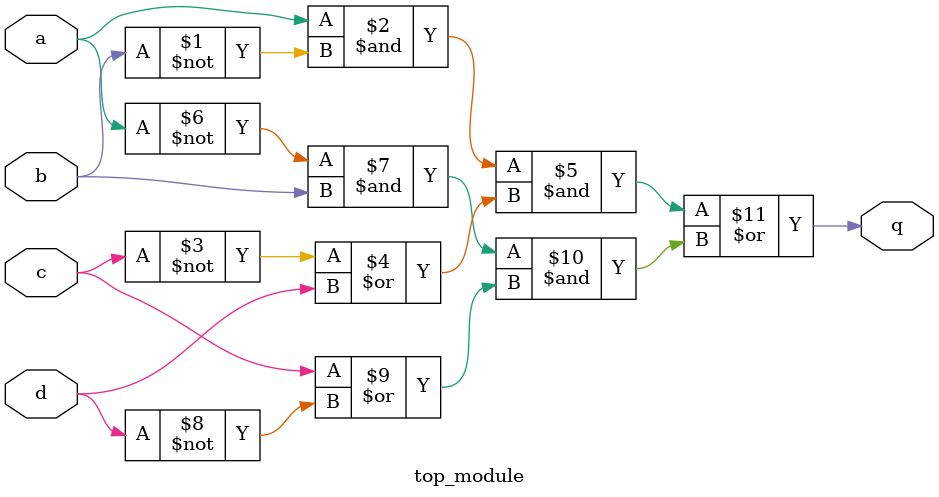
<source format=sv>
module top_module (
    input a, 
    input b, 
    input c, 
    input d,
    output q
);

assign q = (a & ~b & (~c | d)) | (~a & b & (c | ~d));

endmodule

</source>
